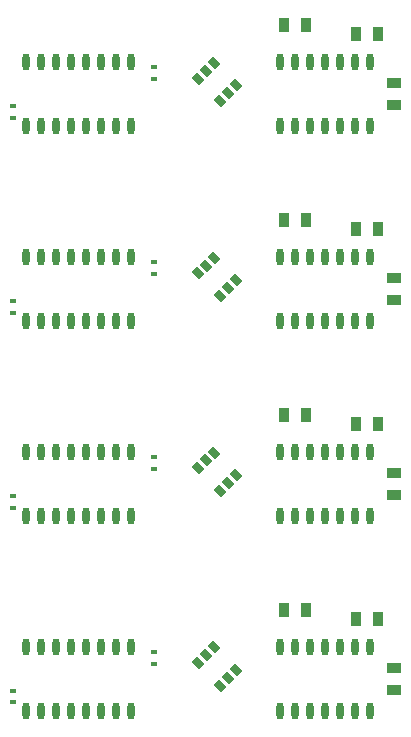
<source format=gtp>
G04*
G04 #@! TF.GenerationSoftware,Altium Limited,Altium Designer,20.2.7 (254)*
G04*
G04 Layer_Color=8421504*
%FSLAX44Y44*%
%MOMM*%
G71*
G04*
G04 #@! TF.SameCoordinates,E2930A79-BBFB-44DC-8FC5-9A75561AB175*
G04*
G04*
G04 #@! TF.FilePolarity,Positive*
G04*
G01*
G75*
%ADD14R,0.9000X1.3000*%
%ADD15R,0.5500X0.4500*%
%ADD16O,0.6000X1.4500*%
G04:AMPARAMS|DCode=17|XSize=0.6mm|YSize=0.95mm|CornerRadius=0mm|HoleSize=0mm|Usage=FLASHONLY|Rotation=45.000|XOffset=0mm|YOffset=0mm|HoleType=Round|Shape=Rectangle|*
%AMROTATEDRECTD17*
4,1,4,0.1237,-0.5480,-0.5480,0.1237,-0.1237,0.5480,0.5480,-0.1237,0.1237,-0.5480,0.0*
%
%ADD17ROTATEDRECTD17*%

%ADD18R,1.3000X0.9000*%
D14*
X354370Y608980D02*
D03*
X335870D02*
D03*
X293410Y616600D02*
D03*
X274910D02*
D03*
X354370Y443980D02*
D03*
X335870D02*
D03*
X293410Y451600D02*
D03*
X274910D02*
D03*
X354370Y278980D02*
D03*
X335870D02*
D03*
X293410Y286600D02*
D03*
X274910D02*
D03*
X354370Y113980D02*
D03*
X335870D02*
D03*
X293410Y121600D02*
D03*
X274910D02*
D03*
D15*
X164700Y580880D02*
D03*
Y570880D02*
D03*
X45400Y538020D02*
D03*
Y548020D02*
D03*
X164700Y415880D02*
D03*
Y405880D02*
D03*
X45400Y373020D02*
D03*
Y383020D02*
D03*
X164700Y250880D02*
D03*
Y240880D02*
D03*
X45400Y208020D02*
D03*
Y218020D02*
D03*
X164700Y85880D02*
D03*
Y75880D02*
D03*
X45400Y43020D02*
D03*
Y53020D02*
D03*
D16*
X271380Y530850D02*
D03*
X284080D02*
D03*
X296780D02*
D03*
X309480D02*
D03*
X322180D02*
D03*
X334880D02*
D03*
X347580D02*
D03*
X271380Y585350D02*
D03*
X284080D02*
D03*
X296780D02*
D03*
X309480D02*
D03*
X322180D02*
D03*
X334880D02*
D03*
X347580D02*
D03*
X56750Y530850D02*
D03*
X69450D02*
D03*
X82150D02*
D03*
X94850D02*
D03*
X107550D02*
D03*
X120250D02*
D03*
X132950D02*
D03*
X145650D02*
D03*
X56750Y585350D02*
D03*
X69450D02*
D03*
X82150D02*
D03*
X94850D02*
D03*
X107550D02*
D03*
X120250D02*
D03*
X132950D02*
D03*
X145650D02*
D03*
X271380Y365850D02*
D03*
X284080D02*
D03*
X296780D02*
D03*
X309480D02*
D03*
X322180D02*
D03*
X334880D02*
D03*
X347580D02*
D03*
X271380Y420350D02*
D03*
X284080D02*
D03*
X296780D02*
D03*
X309480D02*
D03*
X322180D02*
D03*
X334880D02*
D03*
X347580D02*
D03*
X56750Y365850D02*
D03*
X69450D02*
D03*
X82150D02*
D03*
X94850D02*
D03*
X107550D02*
D03*
X120250D02*
D03*
X132950D02*
D03*
X145650D02*
D03*
X56750Y420350D02*
D03*
X69450D02*
D03*
X82150D02*
D03*
X94850D02*
D03*
X107550D02*
D03*
X120250D02*
D03*
X132950D02*
D03*
X145650D02*
D03*
X271380Y200850D02*
D03*
X284080D02*
D03*
X296780D02*
D03*
X309480D02*
D03*
X322180D02*
D03*
X334880D02*
D03*
X347580D02*
D03*
X271380Y255350D02*
D03*
X284080D02*
D03*
X296780D02*
D03*
X309480D02*
D03*
X322180D02*
D03*
X334880D02*
D03*
X347580D02*
D03*
X56750Y200850D02*
D03*
X69450D02*
D03*
X82150D02*
D03*
X94850D02*
D03*
X107550D02*
D03*
X120250D02*
D03*
X132950D02*
D03*
X145650D02*
D03*
X56750Y255350D02*
D03*
X69450D02*
D03*
X82150D02*
D03*
X94850D02*
D03*
X107550D02*
D03*
X120250D02*
D03*
X132950D02*
D03*
X145650D02*
D03*
X271380Y35850D02*
D03*
X284080D02*
D03*
X296780D02*
D03*
X309480D02*
D03*
X322180D02*
D03*
X334880D02*
D03*
X347580D02*
D03*
X271380Y90350D02*
D03*
X284080D02*
D03*
X296780D02*
D03*
X309480D02*
D03*
X322180D02*
D03*
X334880D02*
D03*
X347580D02*
D03*
X56750Y35850D02*
D03*
X69450D02*
D03*
X82150D02*
D03*
X94850D02*
D03*
X107550D02*
D03*
X120250D02*
D03*
X132950D02*
D03*
X145650D02*
D03*
X56750Y90350D02*
D03*
X69450D02*
D03*
X82150D02*
D03*
X94850D02*
D03*
X107550D02*
D03*
X120250D02*
D03*
X132950D02*
D03*
X145650D02*
D03*
D17*
X234384Y565512D02*
D03*
X227666Y558794D02*
D03*
X220949Y552077D02*
D03*
X201857Y571168D02*
D03*
X208574Y577886D02*
D03*
X215292Y584604D02*
D03*
X234384Y400512D02*
D03*
X227666Y393794D02*
D03*
X220949Y387076D02*
D03*
X201857Y406168D02*
D03*
X208574Y412886D02*
D03*
X215292Y419603D02*
D03*
X234384Y235512D02*
D03*
X227666Y228794D02*
D03*
X220949Y222077D02*
D03*
X201857Y241168D02*
D03*
X208574Y247886D02*
D03*
X215292Y254604D02*
D03*
X234384Y70512D02*
D03*
X227666Y63794D02*
D03*
X220949Y57077D02*
D03*
X201857Y76168D02*
D03*
X208574Y82886D02*
D03*
X215292Y89604D02*
D03*
D18*
X367900Y567350D02*
D03*
Y548850D02*
D03*
Y402350D02*
D03*
Y383850D02*
D03*
Y237350D02*
D03*
Y218850D02*
D03*
Y72350D02*
D03*
Y53850D02*
D03*
M02*

</source>
